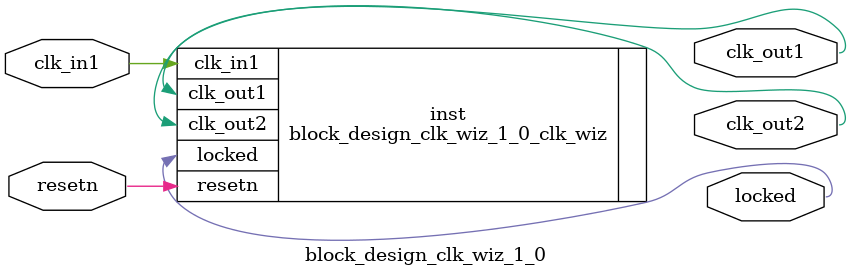
<source format=v>


`timescale 1ps/1ps

(* CORE_GENERATION_INFO = "block_design_clk_wiz_1_0,clk_wiz_v5_3_1,{component_name=block_design_clk_wiz_1_0,use_phase_alignment=true,use_min_o_jitter=false,use_max_i_jitter=false,use_dyn_phase_shift=false,use_inclk_switchover=false,use_dyn_reconfig=false,enable_axi=0,feedback_source=FDBK_AUTO,PRIMITIVE=MMCM,num_out_clk=2,clkin1_period=10.0,clkin2_period=10.0,use_power_down=false,use_reset=true,use_locked=true,use_inclk_stopped=false,feedback_type=SINGLE,CLOCK_MGR_TYPE=NA,manual_override=false}" *)

module block_design_clk_wiz_1_0 
 (
 // Clock in ports
  input         clk_in1,
  // Clock out ports
  output        clk_out1,
  output        clk_out2,
  // Status and control signals
  input         resetn,
  output        locked
 );

  block_design_clk_wiz_1_0_clk_wiz inst
  (
 // Clock in ports
  .clk_in1(clk_in1),
  // Clock out ports  
  .clk_out1(clk_out1),
  .clk_out2(clk_out2),
  // Status and control signals               
  .resetn(resetn), 
  .locked(locked)            
  );

endmodule

</source>
